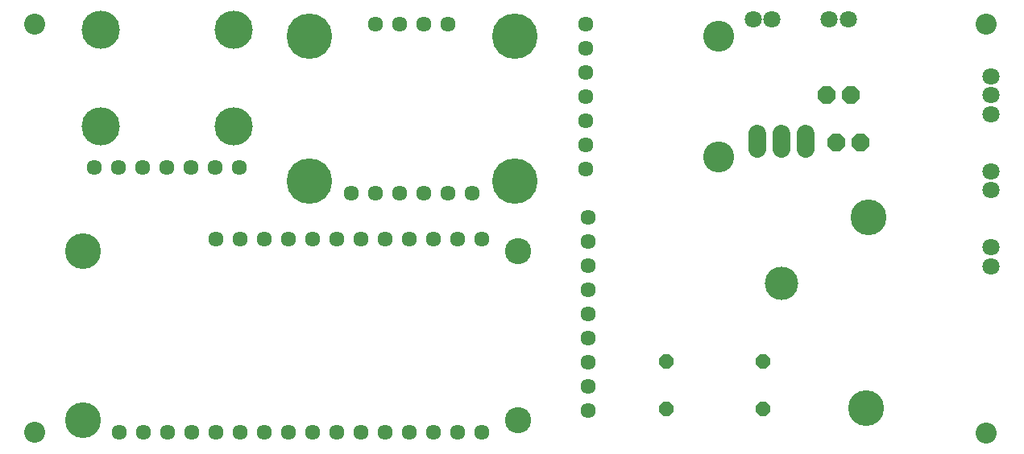
<source format=gbr>
G04 EAGLE Gerber RS-274X export*
G75*
%MOMM*%
%FSLAX34Y34*%
%LPD*%
%INSoldermask Top*%
%IPPOS*%
%AMOC8*
5,1,8,0,0,1.08239X$1,22.5*%
G01*
%ADD10C,2.203200*%
%ADD11C,1.611200*%
%ADD12C,2.743200*%
%ADD13C,3.759200*%
%ADD14C,3.251200*%
%ADD15C,4.013200*%
%ADD16C,4.775200*%
%ADD17C,1.879600*%
%ADD18C,3.505200*%
%ADD19C,1.803200*%
%ADD20P,1.649562X8X22.500000*%
%ADD21P,1.951982X8X22.500000*%


D10*
X25400Y454500D03*
X25400Y25400D03*
X1025000Y455000D03*
X1025000Y25000D03*
D11*
X241300Y228600D03*
X266700Y228600D03*
X292100Y228600D03*
X317500Y228600D03*
X342900Y228600D03*
X368300Y228600D03*
X393700Y228600D03*
X419100Y228600D03*
X444500Y228600D03*
X469900Y228600D03*
X495300Y228600D03*
X215900Y228600D03*
X495300Y25400D03*
X469900Y25400D03*
X444500Y25400D03*
X419100Y25400D03*
X393700Y25400D03*
X368300Y25400D03*
X342900Y25400D03*
X317500Y25400D03*
X292100Y25400D03*
X266700Y25400D03*
X241300Y25400D03*
X215900Y25400D03*
X190500Y25400D03*
X165100Y25400D03*
X139700Y25400D03*
X114300Y25400D03*
D12*
X533400Y215900D03*
X533400Y38100D03*
D13*
X76200Y215900D03*
X76200Y38100D03*
D11*
X603900Y454500D03*
X603900Y429100D03*
X603900Y403700D03*
X603900Y378300D03*
X603900Y352900D03*
X603900Y327500D03*
X603900Y302100D03*
D14*
X743600Y441800D03*
X743600Y314800D03*
D15*
X94300Y449100D03*
X234000Y449100D03*
X94300Y347500D03*
X234000Y347500D03*
D11*
X87950Y304320D03*
X113350Y304320D03*
X138750Y304320D03*
X164150Y304320D03*
X189550Y304320D03*
X214950Y304320D03*
X240350Y304320D03*
X606740Y251300D03*
X606740Y225900D03*
X606740Y200500D03*
X606740Y175100D03*
X606740Y149700D03*
X606740Y124300D03*
X606740Y98900D03*
X606740Y73500D03*
X606740Y48100D03*
D13*
X901380Y251300D03*
X898840Y50640D03*
D11*
X409100Y276700D03*
X383700Y276700D03*
X358300Y276700D03*
X434500Y276700D03*
X459900Y276700D03*
X485300Y276700D03*
X409100Y454500D03*
X383700Y454500D03*
X434500Y454500D03*
X459900Y454500D03*
D16*
X313850Y441800D03*
X313850Y289400D03*
X529750Y441800D03*
X529750Y289400D03*
D17*
X784600Y323218D02*
X784600Y339982D01*
X810000Y339982D02*
X810000Y323218D01*
X835400Y323218D02*
X835400Y339982D01*
D18*
X810000Y181740D03*
D19*
X1030000Y360000D03*
X1030000Y380000D03*
X1030000Y400000D03*
X860000Y460000D03*
X880000Y460000D03*
X780000Y460000D03*
X800000Y460000D03*
X1030000Y200000D03*
X1030000Y220000D03*
X1030000Y280000D03*
X1030000Y300000D03*
D20*
X689200Y50000D03*
X790800Y50000D03*
X689200Y100000D03*
X790800Y100000D03*
D21*
X857300Y380000D03*
X882700Y380000D03*
X867300Y330000D03*
X892700Y330000D03*
M02*

</source>
